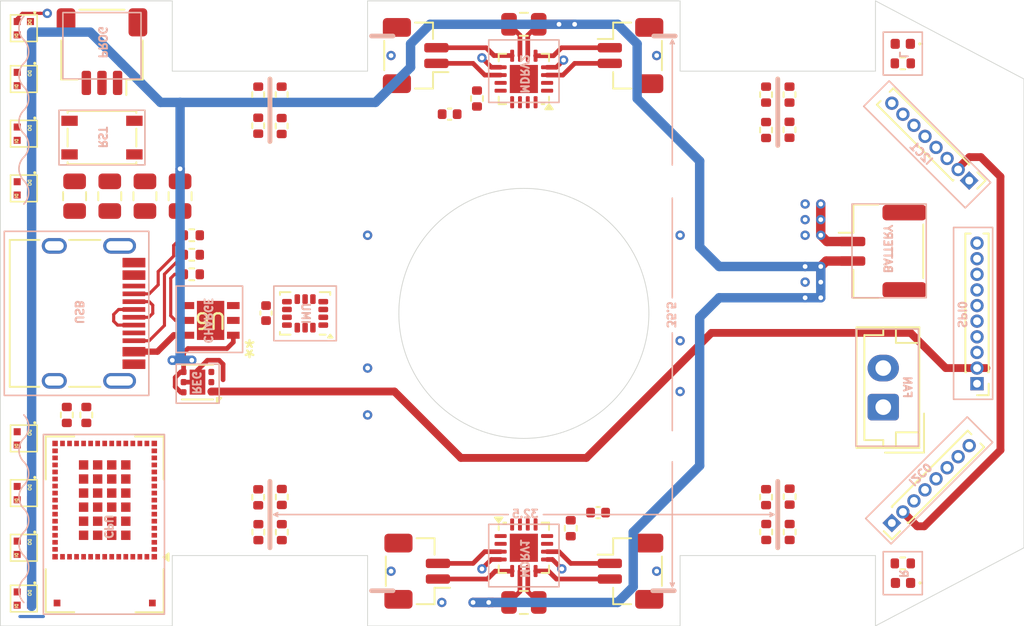
<source format=kicad_pcb>
(kicad_pcb (version 20241229) (generator "pcbnew") (generator_version "9.0")
  (layers (0 "F.Cu" signal) (4 "In1.Cu" signal) (6 "In2.Cu" signal) (2 "B.Cu" signal) (13 "F.Paste" user) (15 "B.Paste" user) (5 "F.SilkS" user "F.Silkscreen") (7 "B.SilkS" user "B.Silkscreen") (1 "F.Mask" user) (3 "B.Mask" user) (25 "Edge.Cuts" user))
  (net 0 "")
  (net 25 "/TURN_R")
  (net 46 "/TURN_L")
  (net 57 "/IMU_CS")
  (net 71 "Net-(U3-TOFF)")
  (net 72 "Net-(U2-TOFF)")
  (net 74 "+BATT")
  (net 80 "VBUS")
  (net 81 "GND")
  (net 82 "+3V3")
  (net 83 "Net-(J1-CC1)")
  (net 84 "/USB_D+")
  (net 85 "/USB_D-")
  (net 86 "Net-(J1-CC2)")
  (net 89 "/IMU_CLK")
  (net 90 "/IMU_MISO")
  (net 91 "/SENSE_LF")
  (net 95 "/SENSE_LR")
  (net 96 "/SENSE_RF")
  (net 98 "/SENSE_RR")
  (net 99 "/IMU_INT2")
  (net 100 "/IMU_MOSI")
  (net 101 "/SWCLK")
  (net 103 "/RST")
  (net 104 "/SWDIO")
  (net 105 "Net-(D1-A)")
  (net 106 "Net-(D2-A)")
  (net 107 "Net-(U1-PH3-BOOT0)")
  (net 108 "/IMU_INT1")
  (net 109 "Net-(J4-Pin_2)")
  (net 110 "Net-(J4-Pin_1)")
  (net 111 "Net-(J5-Pin_1)")
  (net 112 "Net-(J5-Pin_2)")
  (net 113 "Net-(J6-Pin_2)")
  (net 114 "Net-(J6-Pin_1)")
  (net 115 "Net-(J7-Pin_2)")
  (net 116 "Net-(J7-Pin_1)")
  (net 119 "Net-(J1-D+-PadA6)")
  (net 120 "Net-(J1-D--PadA7)")
  (net 121 "Net-(LED1-DOUT)")
  (net 122 "Net-(LED2-DOUT)")
  (net 123 "Net-(LED3-DOUT)")
  (net 124 "Net-(LED4-DOUT)")
  (net 125 "Net-(LED5-DOUT)")
  (net 126 "Net-(LED6-DOUT)")
  (net 127 "Net-(LED7-DOUT)")
  (net 129 "Net-(C8-Pad1)")
  (net 130 "Net-(C9-Pad1)")
  (net 131 "/LED_INPUT")
  (net 132 "/PWRON")
  (net 133 "/CHARGE")
  (net 134 "Net-(U6-PROG)")
  (net 135 "/L_PH_A")
  (net 136 "/L_EN")
  (net 137 "/L_PWM_B")
  (net 138 "/L_RESET")
  (net 139 "/L_PWM_A")
  (net 140 "/L_PH_B")
  (footprint "MountingHole:MountingHole_2.1mm" (layer "F.Cu") (at 142 128.5 90)
    (property "Reference" "H3" (hide yes))
    (property "Value" "MountingHole" (hide yes))
  )
  (footprint "Capacitor_SMD:C_0805_2012Metric" (layer "F.Cu") (at 133.5 101.5 180)
    (property "Reference" "C3" (hide yes))
    (property "Value" "2.2u" (hide yes))
  )
  (footprint "Button_Switch_SMD:SW_SPST_PTS810" (layer "F.Cu") (at 106.5 108.75 180)
    (property "Reference" "SW1" (hide yes))
    (property "Value" "SW_Push" (hide yes))
  )
  (footprint "Resistor_SMD:R_0402_1005Metric" (layer "F.Cu") (at 157.75 104 180)
    (property "Reference" "R3" (hide yes))
    (property "Value" "300r" (hide yes))
  )
  (footprint "Resistor_SMD:R_0402_1005Metric" (layer "F.Cu") (at 116.5 131.77 90)
    (property "Reference" "MR9" (hide yes))
    (property "Value" "5.1k" (hide yes))
  )
  (footprint "Resistor_SMD:R_0402_1005Metric" (layer "F.Cu") (at 116.5 107.99 90)
    (property "Reference" "MR3" (hide yes))
    (property "Value" "5.1k" (hide yes))
  )
  (footprint "Resistor_SMD:R_0402_1005Metric" (layer "F.Cu") (at 112.25 115 180)
    (property "Reference" "R1" (hide yes))
    (property "Value" "5.1k" (hide yes))
  )
  (footprint "Resistor_SMD:R_0402_1005Metric" (layer "F.Cu") (at 150.51 131.73 90)
    (property "Reference" "MR14" (hide yes))
    (property "Value" "5.1k" (hide yes))
  )
  (footprint "1010rgbled:LED-SMD_4P-L1.0-W1.0-TL_XL-1010RGBC-WS2812B" (layer "F.Cu") (at 101.5 128 -90)
    (property "Reference" "LED4" (hide yes))
    (property "Value" "WS2812B" (hide yes))
  )
  (footprint "Connector_JST:JST_SH_BM02B-SRSS-TB_1x02-1MP_P1.00mm_Vertical" (layer "F.Cu") (at 126.675 136.5 90)
    (property "Reference" "J6" (hide yes))
    (property "Value" "Conn_01x02_Socket" (hide yes))
  )
  (footprint "Capacitor_SMD:C_0805_2012Metric" (layer "F.Cu") (at 109.25 112.5 -90)
    (property "Reference" "C5" (hide yes))
    (property "Value" "10u" (hide yes))
  )
  (footprint "Package_DFN_QFN:VQFN-16-1EP_3x3mm_P0.5mm_EP1.8x1.8mm" (layer "F.Cu") (at 133.5 105 180)
    (property "Reference" "U2" (hide yes))
    (property "Value" "STSPIN240" (hide yes))
  )
  (footprint "Capacitor_SMD:C_0805_2012Metric" (layer "F.Cu") (at 107 112.5 -90)
    (property "Reference" "C4" (hide yes))
    (property "Value" "10u" (hide yes))
  )
  (footprint "MountingHole:MountingHole_2.1mm" (layer "F.Cu") (at 142 111.5 90)
    (property "Reference" "H4" (hide yes))
    (property "Value" "MountingHole" (hide yes))
  )
  (footprint "Connector_JST:JST_SH_BM02B-SRSS-TB_1x02-1MP_P1.00mm_Vertical" (layer "F.Cu") (at 140.325 103.5 -90)
    (property "Reference" "J4" (hide yes))
    (property "Value" "Conn_01x02_Socket" (hide yes))
  )
  (footprint "stbc08:DFN6_3X3_STM" (layer "F.Cu") (at 113.4524 120.450001 180)
    (property "Reference" "U6")
    (property "Value" "STBC08PMR" (hide yes))
  )
  (footprint "Connector_USB:USB_C_Receptacle_HRO_TYPE-C-31-M-12" (layer "F.Cu") (at 104.5 120 -90)
    (property "Reference" "J1" (hide yes))
    (property "Value" "USB_C_Receptacle_USB2.0_14P" (hide yes))
  )
  (footprint "Connector_PinHeader_1.00mm:PinHeader_1x08_P1.00mm_Vertical" (layer "F.Cu") (at 157.050253 133.414214 135)
    (property "Reference" "S3" (hide yes))
    (property "Value" "Conn_01x08_Socket" (hide yes))
  )
  (footprint "Resistor_SMD:R_0402_1005Metric" (layer "F.Cu") (at 150.5 108.25 90)
    (property "Reference" "MR8" (hide yes))
    (property "Value" "5.1k" (hide yes))
  )
  (footprint "Resistor_SMD:R_0402_1005Metric" (layer "F.Cu") (at 116.51 134 90)
    (property "Reference" "MR11" (hide yes))
    (property "Value" "5.1k" (hide yes))
  )
  (footprint "Package_SON:WSON-6-1EP_2x2mm_P0.65mm_EP1x1.6mm" (layer "F.Cu") (at 112.6125 124.4 180)
    (property "Reference" "U4" (hide yes))
    (property "Value" "LP5912-3.3DRV" (hide yes))
  )
  (footprint "Resistor_SMD:R_0402_1005Metric" (layer "F.Cu") (at 150.51 133.99 90)
    (property "Reference" "MR16" (hide yes))
    (property "Value" "5.1k" (hide yes))
  )
  (footprint "Capacitor_SMD:C_0402_1005Metric" (layer "F.Cu") (at 138.25 132.75)
    (property "Reference" "C9" (hide yes))
    (property "Value" "1n" (hide yes))
  )
  (footprint "Resistor_SMD:R_0402_1005Metric" (layer "F.Cu") (at 118.01 131.75 90)
    (property "Reference" "MR10" (hide yes))
    (property "Value" "5.1k" (hide yes))
  )
  (footprint "1010rgbled:LED-SMD_4P-L1.0-W1.0-TL_XL-1010RGBC-WS2812B" (layer "F.Cu") (at 101.5 105 -90)
    (property "Reference" "LED7" (hide yes))
    (property "Value" "WS2812B" (hide yes))
  )
  (footprint "Resistor_SMD:R_0402_1005Metric" (layer "F.Cu") (at 118.01 134 90)
    (property "Reference" "MR12" (hide yes))
    (property "Value" "5.1k" (hide yes))
  )
  (footprint "Resistor_SMD:R_0402_1005Metric" (layer "F.Cu") (at 149 108.265 90)
    (property "Reference" "MR7" (hide yes))
    (property "Value" "5.1k" (hide yes))
  )
  (footprint "Package_DFN_QFN:VQFN-16-1EP_3x3mm_P0.5mm_EP1.8x1.8mm" (layer "F.Cu") (at 133.5 135)
    (property "Reference" "U3" (hide yes))
    (property "Value" "STSPIN240" (hide yes))
  )
  (footprint "LED_SMD:LED_0402_1005Metric" (layer "F.Cu") (at 157.765 137.25 180)
    (property "Reference" "D1" (hide yes))
    (property "Value" "LED" (hide yes))
  )
  (footprint "Resistor_SMD:R_0402_1005Metric" (layer "F.Cu") (at 149 131.76 90)
    (property "Reference" "MR13" (hide yes))
    (property "Value" "5.1k" (hide yes))
  )
  (footprint "Connector_JST:JST_GH_BM02B-GHS-TBT_1x02-1MP_P1.25mm_Vertical" (layer "F.Cu") (at 156.45 116.025 -90)
    (property "Reference" "J9" (hide yes))
    (property "Value" "Conn_01x02_Socket" (hide yes))
  )
  (footprint "Resistor_SMD:R_0402_1005Metric" (layer "F.Cu") (at 118 106 90)
    (property "Reference" "MR2" (hide yes))
    (property "Value" "5.1k" (hide yes))
  )
  (footprint "Resistor_SMD:R_0402_1005Metric" (layer "F.Cu") (at 136.5 133.75 90)
    (property "Reference" "R8" (hide yes))
    (property "Value" "20k" (hide yes))
  )
  (footprint "Capacitor_SMD:C_0805_2012Metric" (layer "F.Cu") (at 111.5 112.5 -90)
    (property "Reference" "C7" (hide yes))
    (property "Value" "10u" (hide yes))
  )
  (footprint "1010rgbled:LED-SMD_4P-L1.0-W1.0-TL_XL-1010RGBC-WS2812B" (layer "F.Cu") (at 101.5 138.25 -90)
    (property "Reference" "LED1" (hide yes))
    (property "Value" "WS2812B" (hide yes))
  )
  (footprint "Resistor_SMD:R_0402_1005Metric" (layer "F.Cu") (at 118 108.01 90)
    (property "Reference" "MR4" (hide yes))
    (property "Value" "5.1k" (hide yes))
  )
  (footprint "Resistor_SMD:R_0402_1005Metric" (layer "F.Cu") (at 116.5 106 90)
    (property "Reference" "MR1" (hide yes))
    (property "Value" "5.1k" (hide yes))
  )
  (footprint "Resistor_SMD:R_0402_1005Metric" (layer "F.Cu") (at 105.5 126.5 -90)
    (property "Reference" "R5" (hide yes))
    (property "Value" "22r" (hide yes))
  )
  (footprint "Resistor_SMD:R_0402_1005Metric" (layer "F.Cu") (at 130.5 106.25 -90)
    (property "Reference" "R9" (hide yes))
    (property "Value" "22r" (hide yes))
  )
  (footprint "Resistor_SMD:R_0402_1005Metric" (layer "F.Cu") (at 104.25 126.5 -90)
    (property "Reference" "R6" (hide yes))
    (property "Value" "22r" (hide yes))
  )
  (footprint "1010rgbled:LED-SMD_4P-L1.0-W1.0-TL_XL-1010RGBC-WS2812B" (layer "F.Cu") (at 101.5 108.5 -90)
    (property "Reference" "LED6" (hide yes))
    (property "Value" "WS2812B" (hide yes))
  )
  (footprint "Resistor_SMD:R_0402_1005Metric" (layer "F.Cu") (at 149.01 133.99 90)
    (property "Reference" "MR15" (hide yes))
    (property "Value" "5.1k" (hide yes))
  )
  (footprint "Connector_JST:JST_EH_B2B-EH-A_1x02_P2.50mm_Vertical" (layer "F.Cu") (at 156.5 126 90)
    (property "Reference" "J8" (hide yes))
    (property "Value" "Conn_01x02_Socket" (hide yes))
  )
  (footprint "1010rgbled:LED-SMD_4P-L1.0-W1.0-TL_XL-1010RGBC-WS2812B" (layer "F.Cu") (at 101.5 112 -90)
    (property "Reference" "LED5" (hide yes))
    (property "Value" "WS2812B" (hide yes))
  )
  (footprint "Capacitor_SMD:C_0402_1005Metric" (layer "F.Cu") (at 117 119.98 -90)
    (property "Reference" "C2" (hide yes))
    (property "Value" "100n" (hide yes))
  )
  (footprint "Resistor_SMD:R_0402_1005Metric" (layer "F.Cu") (at 112.25 117.5 180)
    (property "Reference" "R10" (hide yes))
    (property "Value" "1k" (hide yes))
  )
  (footprint "Resistor_SMD:R_0402_1005Metric" (layer "F.Cu") (at 157.75 136 180)
    (property "Reference" "R4" (hide yes))
    (property "Value" "300r" (hide yes))
  )
  (footprint "MountingHole:MountingHole_2.1mm" (layer "F.Cu") (at 125 128.5 90)
    (property "Reference" "H1" (hide yes))
    (property "Value" "MountingHole" (hide yes))
  )
  (footprint "Connector_PinHeader_1.00mm:PinHeader_1x08_P1.00mm_Vertical" (layer "F.Cu") (at 162 111.5 -135)
    (property "Reference" "S2" (hide yes))
    (property "Value" "Conn_01x08_Socket" (hide yes))
  )
  (footprint "Connector_JST:JST_SH_BM02B-SRSS-TB_1x02-1MP_P1.00mm_Vertical" (layer "F.Cu") (at 126.575 103.5 90)
    (property "Reference" "J5" (hide yes))
    (property "Value" "Conn_01x02_Socket" (hide yes))
  )
  (footprint "LED_SMD:LED_0402_1005Metric" (layer "F.Cu") (at 157.75 102.75 180)
    (property "Reference" "D2" (hide yes))
    (property "Value" "LED" (hide yes))
  )
  (footprint "Connector_JST:JST_SH_BM02B-SRSS-TB_1x02-1MP_P1.00mm_Vertical" (layer "F.Cu") (at 140.325 136.5 -90)
    (property "Reference" "J7" (hide yes))
    (property "Value" "Conn_01x02_Socket" (hide yes))
  )
  (footprint "Capacitor_SMD:C_0805_2012Metric" (layer "F.Cu") (at 133.5 138.5)
    (property "Reference" "C6" (hide yes))
    (property "Value" "2.2u" (hide yes))
  )
  (footprint "1010rgbled:LED-SMD_4P-L1.0-W1.0-TL_XL-1010RGBC-WS2812B" (layer "F.Cu") (at 101.5 131.5 -90)
    (property "Reference" "LED3" (hide yes))
    (property "Value" "WS2812B" (hide yes))
  )
  (footprint "Capacitor_SMD:C_0805_2012Metric" (layer "F.Cu") (at 104.75 112.5 -90)
    (property "Reference" "C1" (hide yes))
    (property "Value" "10u" (hide yes))
  )
  (footprint "Resistor_SMD:R_0402_1005Metric" (layer "F.Cu") (at 150.5 106 90)
    (property "Reference" "MR6" (hide yes))
    (property "Value" "5.1k" (hide yes))
  )
  (footprint "1010rgbled:LED-SMD_4P-L1.0-W1.0-TL_XL-1010RGBC-WS2812B" (layer "F.Cu") (at 101.5 135 -90)
    (property "Reference" "LED2" (hide yes))
    (property "Value" "WS2812B" (hide yes))
  )
  (footprint "Capacitor_SMD:C_0402_1005Metric" (layer "F.Cu") (at 128.75 107.25 180)
    (property "Reference" "C8" (hide yes))
    (property "Value" "1n" (hide yes))
  )
  (footprint "Package_LGA:LGA-14_3x2.5mm_P0.5mm_LayoutBorder3x4y" (layer "F.Cu") (at 119.5 120 180)
    (property "Reference" "U5" (hide yes))
    (property "Value" "LSM6DSO" (hide yes))
  )
  (footprint "RF_Module:ST-SiP-LGA-86-11x7.3mm" (layer "F.Cu") (at 106.675 133.5 180)
    (property "Reference" "U1" (hide yes))
    (property "Value" "STM32WB5MMG" (hide yes))
  )
  (footprint "Resistor_SMD:R_0402_1005Metric" (layer "F.Cu") (at 149 106 90)
    (property "Reference" "MR5" (hide yes))
    (property "Value" "5.1k" (hide yes))
  )
  (footprint "Connector_JST:JST_SH_SM03B-SRSS-TB_1x03-1MP_P1.00mm_Horizontal" (layer "F.Cu") (at 106.5 103.25 180)
    (property "Reference" "DBG1" (hide yes))
    (property "Value" "Conn_01x03_Socket" (hide yes))
  )
  (footprint "Resistor_SMD:R_0402_1005Metric" (layer "F.Cu") (at 112.25 116.25 180)
    (property "Reference" "R2" (hide yes))
    (property "Value" "5.1k" (hide yes))
  )
  (footprint "1010rgbled:LED-SMD_4P-L1.0-W1.0-TL_XL-1010RGBC-WS2812B" (layer "F.Cu") (at 101.5 101.75 -90)
    (property "Reference" "LED8" (hide yes))
    (property "Value" "WS2812B" (hide yes))
  )
  (footprint "MountingHole:MountingHole_2.1mm" (layer "F.Cu") (at 125 111.5 90)
    (property "Reference" "H2" (hide yes))
    (property "Value" "MountingHole" (hide yes))
  )
  (footprint "Connector_PinHeader_1.00mm:PinHeader_1x10_P1.00mm_Vertical" (layer "F.Cu") (at 162.5 124.5 180)
    (property "Reference" "S1" (hide yes))
    (property "Value" "Conn_01x10_Socket" (hide yes))
  )
  (gr_line (start 113.5 125) (end 114 125) (stroke (width 0.5)) (layer "F.Cu") (net 82))
  (gr_line (start 101.25 139.4) (end 102.75 139.4) (stroke (width 0.2)) (layer "B.Cu") (net 81))
  (gr_line (start 149.75 135) (end 149.75 130.75) (stroke (width 0.3)) (layer "F.SilkS"))
  (gr_line (start 149.75 109.25) (end 149.75 105) (stroke (width 0.3)) (layer "F.SilkS"))
  (gr_line (start 117.25 105) (end 117.25 109) (stroke (width 0.3)) (layer "F.SilkS"))
  (gr_line (start 117.25 135) (end 117.25 130.75) (stroke (width 0.3)) (layer "F.SilkS"))
  (gr_line (start 117.5 132.875) (end 117.75 132.75) (stroke (width 0.1)) (layer "B.SilkS"))
  (gr_line (start 132.5 132.875) (end 117.5 132.875) (stroke (width 0.1)) (layer "B.SilkS"))
  (gr_poly (pts (xy 155.25 106.75) (xy 156.875 105.125) (xy 163.375 111.625) (xy 161.75 113.25)) (stroke (width 0.1)) (fill no) (layer "B.SilkS"))
  (gr_arc (start 101.5 129.5) (mid 101.18934 128.75) (end 101.5 128) (stroke (width 0.1)) (layer "B.SilkS"))
  (gr_rect (start 104 100.75) (end 109 105) (stroke (width 0.1)) (fill no) (layer "B.SilkS"))
  (gr_arc (start 101.5 135.5) (mid 101.81066 136.25) (end 101.5 137) (stroke (width 0.1)) (layer "B.SilkS"))
  (gr_line (start 149.5 132.875) (end 134.75 132.875) (stroke (width 0.1)) (layer "B.SilkS"))
  (gr_rect (start 102.75 127.75) (end 110.5 139.25) (stroke (width 0.1)) (fill no) (layer "B.SilkS"))
  (gr_line (start 143.125 137.75) (end 141.75 137.75) (stroke (width 0.3)) (layer "B.SilkS"))
  (gr_rect (start 161 114.5) (end 163.5 125.5) (stroke (width 0.1)) (fill no) (layer "B.SilkS"))
  (gr_line (start 143.1875 102.25) (end 141.8125 102.25) (stroke (width 0.3)) (layer "B.SilkS"))
  (gr_line (start 125.125 102.25) (end 123.75 102.25) (stroke (width 0.3)) (layer "B.SilkS"))
  (gr_arc (start 101.5 126.5) (mid 101.81066 127.25) (end 101.5 128) (stroke (width 0.1)) (layer "B.SilkS"))
  (gr_rect (start 100.25 114.75) (end 109.5 125.25) (stroke (width 0.1)) (fill no) (layer "B.SilkS"))
  (gr_arc (start 101.5 111.5) (mid 101.81066 112.25) (end 101.5 113) (stroke (width 0.1)) (layer "B.SilkS"))
  (gr_arc (start 101.5 105.5) (mid 101.81066 106.25) (end 101.5 107) (stroke (width 0.1)) (layer "B.SilkS"))
  (gr_line (start 143 127.5) (end 143 121.25) (stroke (width 0.1)) (layer "B.SilkS"))
  (gr_arc (start 101.5 102.5) (mid 101.18934 101.75) (end 101.5 101) (stroke (width 0.1)) (layer "B.SilkS"))
  (gr_rect (start 154.75 121) (end 158.75 128.5) (stroke (width 0.1)) (fill no) (layer "B.SilkS"))
  (gr_line (start 125.125 137.75) (end 123.75 137.75) (stroke (width 0.3)) (layer "B.SilkS"))
  (gr_arc (start 101.5 105.5) (mid 101.18934 104.75) (end 101.5 104) (stroke (width 0.1)) (layer "B.SilkS"))
  (gr_line (start 117.25 135) (end 117.25 130.75) (stroke (width 0.3)) (layer "B.SilkS"))
  (gr_arc (start 101.5 111.5) (mid 101.18934 110.75) (end 101.5 110) (stroke (width 0.1)) (layer "B.SilkS"))
  (gr_arc (start 101.5 138.5) (mid 101.18934 137.75) (end 101.5 137) (stroke (width 0.1)) (layer "B.SilkS"))
  (gr_line (start 143.125 137.25) (end 143 137.5) (stroke (width 0.1)) (layer "B.SilkS"))
  (gr_rect (start 131.25 133.5) (end 135.75 137.5) (stroke (width 0.1)) (fill no) (layer "B.SilkS"))
  (gr_line (start 117.25 105) (end 117.25 109) (stroke (width 0.3)) (layer "B.SilkS"))
  (gr_rect (start 103.75 107) (end 109.25 110.5) (stroke (width 0.1)) (fill no) (layer "B.SilkS"))
  (gr_line (start 143 137.5) (end 142.875 137.25) (stroke (width 0.1)) (layer "B.SilkS"))
  (gr_rect (start 117.5 118.25) (end 121.5 121.75) (stroke (width 0.1)) (fill no) (layer "B.SilkS"))
  (gr_rect (start 111.25 118.25) (end 115.5 122.5) (stroke (width 0.1)) (fill no) (layer "B.SilkS"))
  (gr_line (start 149.75 109.25) (end 149.75 105) (stroke (width 0.3)) (layer "B.SilkS"))
  (gr_rect (start 156.5 102) (end 159 104.75) (stroke (width 0.1)) (fill no) (layer "B.SilkS"))
  (gr_line (start 117.75 133) (end 117.5 132.875) (stroke (width 0.1)) (layer "B.SilkS"))
  (gr_arc (start 101.5 108.5) (mid 101.81066 109.25) (end 101.5 110) (stroke (width 0.1)) (layer "B.SilkS"))
  (gr_line (start 143 102.5) (end 143.125 102.75) (stroke (width 0.1)) (layer "B.SilkS"))
  (gr_rect (start 154.5 113) (end 159.25 119) (stroke (width 0.1)) (fill no) (layer "B.SilkS"))
  (gr_arc (start 101.5 132.5) (mid 101.18934 131.75) (end 101.5 131) (stroke (width 0.1)) (layer "B.SilkS"))
  (gr_line (start 143 137.5) (end 143 129.5) (stroke (width 0.1)) (layer "B.SilkS"))
  (gr_line (start 143 110.5) (end 143 102.5) (stroke (width 0.1)) (layer "B.SilkS"))
  (gr_rect (start 131.25 102.5) (end 135.75 106.5) (stroke (width 0.1)) (fill no) (layer "B.SilkS"))
  (gr_arc (start 101.5 132.5) (mid 101.81066 133.25) (end 101.5 134) (stroke (width 0.1)) (layer "B.SilkS"))
  (gr_arc (start 101.5 108.5) (mid 101.18934 107.75) (end 101.5 107) (stroke (width 0.1)) (layer "B.SilkS"))
  (gr_poly (pts (xy 161.875 126.625) (xy 163.5 128.25) (xy 157 134.75) (xy 155.375 133.125)) (stroke (width 0.1)) (fill no) (layer "B.SilkS"))
  (gr_line (start 142.875 102.75) (end 143 102.5) (stroke (width 0.1)) (layer "B.SilkS"))
  (gr_arc (start 101.5 129.5) (mid 101.81066 130.25) (end 101.5 131) (stroke (width 0.1)) (layer "B.SilkS"))
  (gr_line (start 143 119) (end 143 112.625) (stroke (width 0.1)) (layer "B.SilkS"))
  (gr_line (start 149.75 135) (end 149.75 130.75) (stroke (width 0.3)) (layer "B.SilkS"))
  (gr_arc (start 101.5 102.5) (mid 101.81066 103.25) (end 101.5 104) (stroke (width 0.1)) (layer "B.SilkS"))
  (gr_arc (start 101.5 135.5) (mid 101.18934 134.75) (end 101.5 134) (stroke (width 0.1)) (layer "B.SilkS"))
  (gr_line (start 149.5 132.875) (end 149.25 133) (stroke (width 0.1)) (layer "B.SilkS"))
  (gr_rect (start 111.25 123.25) (end 114 125.75) (stroke (width 0.1)) (fill no) (layer "B.SilkS"))
  (gr_line (start 149.25 132.75) (end 149.5 132.875) (stroke (width 0.1)) (layer "B.SilkS"))
  (gr_rect (start 156.5 135.25) (end 159 138) (stroke (width 0.1)) (fill no) (layer "B.SilkS"))
  (gr_line (start 143.5 104.5) (end 143.5 100) (stroke (width 0.05)) (layer "Edge.Cuts"))
  (gr_line (start 100 100) (end 111 100) (stroke (width 0.05)) (layer "Edge.Cuts"))
  (gr_line (start 165.5 105) (end 165.5 120) (stroke (width 0.05)) (layer "Edge.Cuts"))
  (gr_line (start 143.5 135.5) (end 156 135.5) (stroke (width 0.05)) (layer "Edge.Cuts"))
  (gr_line (start 123.5 100) (end 143.5 100) (stroke (width 0.05)) (layer "Edge.Cuts"))
  (gr_line (start 123.5 135.5) (end 123.5 140) (stroke (width 0.05)) (layer "Edge.Cuts"))
  (gr_line (start 100 140) (end 111 140) (stroke (width 0.05)) (layer "Edge.Cuts"))
  (gr_line (start 143.5 104.5) (end 156 104.5) (stroke (width 0.05)) (layer "Edge.Cuts"))
  (gr_line (start 156 100) (end 156 104.5) (stroke (width 0.05)) (layer "Edge.Cuts"))
  (gr_line (start 111 104.5) (end 123.5 104.5) (stroke (width 0.05)) (layer "Edge.Cuts"))
  (gr_line (start 165.5 135) (end 165.5 120) (stroke (width 0.05)) (layer "Edge.Cuts"))
  (gr_line (start 111 140) (end 111 135.5) (stroke (width 0.05)) (layer "Edge.Cuts"))
  (gr_line (start 111 104.5) (end 111 100) (stroke (width 0.05)) (layer "Edge.Cuts"))
  (gr_line (start 111 135.5) (end 123.5 135.5) (stroke (width 0.05)) (layer "Edge.Cuts"))
  (gr_circle (center 133.5 120) (end 141.5 120) (stroke (width 0.05)) (fill no) (layer "Edge.Cuts"))
  (gr_line (start 156 100) (end 165.5 105) (stroke (width 0.05)) (layer "Edge.Cuts"))
  (gr_line (start 123.5 100) (end 123.5 104.5) (stroke (width 0.05)) (layer "Edge.Cuts"))
  (gr_line (start 156 140) (end 165.5 135) (stroke (width 0.05)) (layer "Edge.Cuts"))
  (gr_line (start 156 135.5) (end 156 140) (stroke (width 0.05)) (layer "Edge.Cuts"))
  (gr_line (start 100 140) (end 100 100) (stroke (width 0.05)) (layer "Edge.Cuts"))
  (gr_line (start 143.5 140) (end 143.5 135.5) (stroke (width 0.05)) (layer "Edge.Cuts"))
  (gr_line (start 123.5 140) (end 143.5 140) (stroke (width 0.05)) (layer "Edge.Cuts"))
  (gr_text "R" (at 157.5 137 270) (layer "B.SilkS") (effects (font (size 0.5 0.5) (thickness 0.125) (bold yes)) (justify left bottom mirror)))
  (gr_text "I2C0" (at 158 130.75 225) (layer "B.SilkS") (effects (font (size 0.5 0.5) (thickness 0.125) (bold yes)) (justify left bottom mirror)))
  (gr_text "CHARGE" (at 113 122 270) (layer "B.SilkS") (effects (font (size 0.5 0.5) (thickness 0.125) (bold yes)) (justify left bottom mirror)))
  (gr_text "USB" (at 104.75 120.75 270) (layer "B.SilkS") (effects (font (size 0.5 0.5) (thickness 0.125) (bold yes)) (justify left bottom mirror)))
  (gr_text "RST" (at 106.25 109.5 270) (layer "B.SilkS") (effects (font (size 0.5 0.5) (thickness 0.125) (bold yes)) (justify left bottom mirror)))
  (gr_text "REG" (at 112.25 125.25 270) (layer "B.SilkS") (effects (font (size 0.5 0.5) (thickness 0.125) (bold yes)) (justify left bottom mirror)))
  (gr_text "PROG" (at 106.25 103.75 270) (layer "B.SilkS") (effects (font (size 0.5 0.5) (thickness 0.125) (bold yes)) (justify left bottom mirror)))
  (gr_text "35.5" (at 142.625 121 270) (layer "B.SilkS") (effects (font (size 0.5 0.5) (thickness 0.125) (bold yes)) (justify left bottom mirror)))
  (gr_text "FAN" (at 157.75 125.5 270) (layer "B.SilkS") (effects (font (size 0.5 0.5) (thickness 0.125) (bold yes)) (justify left bottom mirror)))
  (gr_text "32.5" (at 134.5 133.125 0) (layer "B.SilkS") (effects (font (size 0.5 0.5) (thickness 0.125) (bold yes)) (justify left bottom mirror)))
  (gr_text "MDRV2" (at 133.25 106 270) (layer "B.SilkS") (effects (font (size 0.5 0.5) (thickness 0.125) (bold yes)) (justify left bottom mirror)))
  (gr_text "L" (at 157.5 103.75 270) (layer "B.SilkS") (effects (font (size 0.5 0.5) (thickness 0.125) (bold yes)) (justify left bottom mirror)))
  (gr_text "SPI0" (at 161.25 121 270) (layer "B.SilkS") (effects (font (size 0.5 0.5) (thickness 0.125) (bold yes)) (justify left bottom mirror)))
  (gr_text "CPU" (at 106.625 134.5 270) (layer "B.SilkS") (effects (font (size 0.5 0.5) (thickness 0.125) (bold yes)) (justify left bottom mirror)))
  (gr_text "IMU" (at 119.25 120.75 270) (layer "B.SilkS") (effects (font (size 0.5 0.5) (thickness 0.125) (bold yes)) (justify left bottom mirror)))
  (gr_text "I2C1" (at 159.375 110.625 315) (layer "B.SilkS") (effects (font (size 0.5 0.5) (thickness 0.125) (bold yes)) (justify left bottom mirror)))
  (gr_text "MDRV1" (at 133.25 137 270) (layer "B.SilkS") (effects (font (size 0.5 0.5) (thickness 0.125) (bold yes)) (justify left bottom mirror)))
  (gr_text "BATTERY" (at 156.5 117.5 270) (layer "B.SilkS") (effects (font (size 0.5 0.5) (thickness 0.125) (bold yes)) (justify left bottom mirror)))
  (segment (start 131.5 138.5) (end 132.55 138.5) (width 0.6) (layer "F.Cu") (net 74))
  (segment (start 136.75 101.5) (end 134.45 101.5) (width 0.6) (layer "F.Cu") (net 74))
  (segment (start 111.725 123.75) (end 111.725 123) (width 0.3) (layer "F.Cu") (net 74))
  (segment (start 111.1865 124.69307) (end 111.54343 125.05) (width 0.3) (layer "F.Cu") (net 74))
  (segment (start 133.25 137.8) (end 132.55 138.5) (width 0.3) (layer "F.Cu") (net 74))
  (segment (start 111.725 123) (end 111.725 122.525) (width 0.3) (layer "F.Cu") (net 74))
  (segment (start 133.75 102.2) (end 134.45 101.5) (width 0.3) (layer "F.Cu") (net 74))
  (segment (start 111.725 122.525) (end 112 122.25) (width 0.3) (layer "F.Cu") (net 74))
  (segment (start 114.9048 121.8452) (end 114.5 122.25) (width 0.3) (layer "F.Cu") (net 74))
  (segment (start 152.5 117) (end 152.5 118) (width 0.6) (layer "F.Cu") (net 74))
  (segment (start 114.9048 121.400002) (end 114.9048 121.8452) (width 0.3) (layer "F.Cu") (net 74))
  (segment (start 111.54343 125.05) (end 111.725 125.05) (width 0.3) (layer "F.Cu") (net 74))
  (segment (start 133.25 136.4875) (end 133.25 137.8) (width 0.3) (layer "F.Cu") (net 74))
  (segment (start 111.537501 123.75) (end 111.1865 124.101001) (width 0.3) (layer "F.Cu") (net 74))
  (segment (start 133.75 103.5125) (end 133.75 102.2) (width 0.3) (layer "F.Cu") (net 74))
  (segment (start 111.725 123) (end 112.25 123) (width 0.3) (layer "F.Cu") (net 74))
  (segment (start 152.85 116.65) (end 152.5 117) (width 0.6) (layer "F.Cu") (net 74))
  (segment (start 111.725 123.75) (end 111.537501 123.75) (width 0.3) (layer "F.Cu") (net 74))
  (segment (start 111.1865 124.101001) (end 111.1865 124.69307) (width 0.3) (layer "F.Cu") (net 74))
  (segment (start 131.25 138.5) (end 131.5 138.5) (width 0.6) (layer "F.Cu") (net 74))
  (segment (start 111.725 123) (end 111 123) (width 0.3) (layer "F.Cu") (net 74))
  (segment (start 111.5 110.75) (end 111.5 111.55) (width 0.6) (layer "F.Cu") (net 74))
  (segment (start 154.5 116.65) (end 152.85 116.65) (width 0.6) (layer "F.Cu") (net 74))
  (segment (start 112 122.25) (end 114.5 122.25) (width 0.3) (layer "F.Cu") (net 74))
  (segment (start 130.25 138.5) (end 131.5 138.5) (width 0.6) (layer "F.Cu") (net 74))
  (via (at 111 123) (size 0.6) (drill 0.3) (layers "F.Cu" "B.Cu") (net 74))
  (via (at 152.5 118) (size 0.6) (drill 0.3) (layers "F.Cu" "B.Cu") (net 74))
  (via (at 131.25 138.5) (size 0.6) (drill 0.3) (layers "F.Cu" "B.Cu") (net 74))
  (via (at 111.5 110.75) (size 0.6) (drill 0.3) (layers "F.Cu" "B.Cu") (net 74))
  (via (at 136.75 101.5) (size 0.6) (drill 0.3) (layers "F.Cu" "B.Cu") (net 74))
  (via (at 152.5 117) (size 0.6) (drill 0.3) (layers "F.Cu" "B.Cu") (net 74))
  (via (at 135.75 101.5) (size 0.6) (drill 0.3) (layers "F.Cu" "B.Cu") (net 74))
  (via (at 130.25 138.5) (size 0.6) (drill 0.3) (layers "F.Cu" "B.Cu") (net 74))
  (via (at 151.5 117) (size 0.6) (drill 0.3) (layers "F.Cu" "B.Cu") (net 74))
  (via (at 152.5 119) (size 0.6) (drill 0.3) (layers "F.Cu" "B.Cu") (net 74))
  (via (at 151.5 119) (size 0.6) (drill 0.3) (layers "F.Cu" "B.Cu") (net 74))
  (via (at 151.5 118) (size 0.6) (drill 0.3) (layers "F.Cu" "B.Cu") (net 74))
  (via (at 112.25 123) (size 0.6) (drill 0.3) (layers "F.Cu" "B.Cu") (net 74))
  (segment (start 144.75 129.75) (end 144.75 120.25) (width 0.6) (layer "B.Cu") (net 74))
  (segment (start 139.5 101.5) (end 136.75 101.5) (width 0.6) (layer "B.Cu") (net 74))
  (segment (start 102 138.75) (end 102 102) (width 0.6) (layer "B.Cu") (net 74))
  (segment (start 140.5 137.5) (end 140.5 134) (width 0.6) (layer "B.Cu") (net 74))
  (segment (start 105.75 102) (end 107.75 104) (width 0.6) (layer "B.Cu") (net 74))
  (segment (start 152.5 117) (end 152.5 118.25) (width 0.6) (layer "B.Cu") (net 74))
  (segment (start 130.25 138.5) (end 131.25 138.5) (width 0.6) (layer "B.Cu") (net 74))
  (segment (start 102 102) (end 105.75 102) (width 0.6) (layer "B.Cu") (net 74))
  (segment (start 144.75 110.25) (end 140.75 106.25) (width 0.6) (layer "B.Cu") (net 74))
  (segment (start 140.75 106.25) (end 140.75 102.75) (width 0.6) (layer "B.Cu") (net 74))
  (segment (start 111.5 123) (end 111 123) (width 0.6) (layer "B.Cu") (net 74))
  (segment (start 126.25 104.25) (end 124 106.5) (width 0.6) (layer "B.Cu") (net 74))
  (segment (start 111.5 123) (end 112.25 123) (width 0.6) (layer "B.Cu") (net 74))
  (segment (start 146 119) (end 152.5 119) (width 0.6) (layer "B.Cu") (net 74))
  (segment (start 127.5 101.5) (end 126.25 102.75) (width 0.6) (layer "B.Cu") (net 74))
  (segment (start 139.5 138.5) (end 140.5 137.5) (width 0.6) (layer "B.Cu") (net 74))
  (segment (start 111.5 106.5) (end 110.25 106.5) (width 0.6) (layer "B.Cu") (net 74))
  (segment (start 111.5 106.5) (end 111.5 110.75) (width 0.6) (layer "B.Cu") (net 74))
  (segment (start 124 106.5) (end 111.5 106.5) (width 0.6) (layer "B.Cu") (net 74))
  (segment (start 135.75 101.5) (end 127.5 101.5) (width 0.6) (layer "B.Cu") (net 74))
  (segment (start 144.75 115.75) (end 144.75 110.25) (width 0.6) (layer "B.Cu") (net 74))
  (segment (start 140.5 134) (end 144.75 129.75) (width 0.6) (layer "B.Cu") (net 74))
  (segment (start 136.75 101.5) (end 135.75 101.5) (width 0.6) (layer "B.Cu") (net 74))
  (segment (start 144.75 120.25) (end 146 119) (width 0.6) (layer "B.Cu") (net 74))
  (segment (start 140.75 102.75) (end 139.5 101.5) (width 0.6) (layer "B.Cu") (net 74))
  (segment (start 131.25 138.5) (end 139.5 138.5) (width 0.6) (layer "B.Cu") (net 74))
  (segment (start 152.5 117) (end 146 117) (width 0.6) (layer "B.Cu") (net 74))
  (segment (start 126.25 102.75) (end 126.25 104.25) (width 0.6) (layer "B.Cu") (net 74))
  (segment (start 110.25 106.5) (end 107.75 104) (width 0.6) (layer "B.Cu") (net 74))
  (segment (start 111.5 110.75) (end 111.5 123) (width 0.6) (layer "B.Cu") (net 74))
  (segment (start 146 117) (end 144.75 115.75) (width 0.6) (layer "B.Cu") (net 74))
  (segment (start 152.5 118) (end 152.5 119) (width 0.6) (layer "B.Cu") (net 74))
  (segment (start 108.545 122.45) (end 110.05 122.45) (width 0.4) (layer "F.Cu") (net 80))
  (segment (start 110.05 122.45) (end 111.099998 121.400002) (width 0.4) (layer "F.Cu") (net 80))
  (segment (start 111.099998 121.400002) (end 112 121.400002) (width 0.4) (layer "F.Cu") (net 80))
  (segment (start 112.6125 123.6375) (end 113.25 123) (width 0.3) (layer "F.Cu") (net 81))
  (segment (start 102.5491 100.7991) (end 101.3987 100.7991) (width 0.2) (layer "F.Cu") (net 81))
  (segment (start 102.999624 100.799624) (end 102.549624 100.799624) (width 0.2) (layer "F.Cu") (net 81))
  (segment (start 111.725 124.4) (end 112.6125 124.4) (width 0.3) (layer "F.Cu") (net 81))
  (segment (start 133.75 137.8) (end 134.45 138.5) (width 0.3) (layer "F.Cu") (net 81))
  (segment (start 101.3987 100.7991) (end 101.0751 101.1227) (width 0.2) (layer "F.Cu") (net 81))
  (segment (start 113.25 123) (end 114 123) (width 0.3) (layer "F.Cu") (net 81))
  (segment (start 133.25 103.5125) (end 133.25 102.2) (width 0.3) (layer "F.Cu") (net 81))
  (segment (start 133.25 102.2) (end 132.55 101.5) (width 0.3) (layer "F.Cu") (net 81))
  (segment (start 154.5 115.4) (end 152.9 115.4) (width 0.6) (layer "F.Cu") (net 81))
  (segment (start 112.6125 124.4) (end 112.6125 123.6375) (width 0.3) (layer "F.Cu") (net 81))
  (segment (start 114.25 123.25) (end 114.25 124.25) (width 0.3) (layer "F.Cu") (net 81))
  (segment (start 102.549624 100.799624) (end 102.5491 100.7991) (width 0.2) (layer "F.Cu") (net 81))
  (segment (start 103 100.8) (end 102.999624 100.799624) (width 0.2) (layer "F.Cu") (net 81))
  (segment (start 152.9 115.4) (end 152.5 115) (width 0.6) (layer "F.Cu") (net 81))
  (segment (start 152.5 114) (end 152.5 113) (width 0.6) (layer "F.Cu") (net 81))
  (segment (start 114 123) (end 114.25 123.25) (width 0.3) (layer "F.Cu") (net 81))
  (segment (start 152.5 115) (end 152.5 114) (width 0.6) (layer "F.Cu") (net 81))
  (segment (start 133.75 136.4875) (end 133.75 137.8) (width 0.3) (layer "F.Cu") (net 81))
  (segment (start 101.0751 101.1227) (end 101.0751 101.3251) (width 0.2) (layer "F.Cu") (net 81))
  (via (at 125 136.5) (size 0.6) (drill 0.3) (layers "F.Cu" "B.Cu") (net 81))
  (via (at 123.5 115) (size 0.6) (drill 0.3) (layers "F.Cu" "B.Cu") (net 81))
  (via (at 151.5 114) (size 0.6) (drill 0.3) (layers "F.Cu" "B.Cu") (net 81))
  (via (at 143.5 121.75) (size 0.6) (drill 0.3) (layers "F.Cu" "B.Cu") (net 81))
  (via (at 142 103.5) (size 0.6) (drill 0.3) (layers "F.Cu" "B.Cu") (net 81))
  (via (at 125 103.5) (size 0.6) (drill 0.3) (layers "F.Cu" "B.Cu") (net 81))
  (via (at 152.5 115) (size 0.6) (drill 0.3) (layers "F.Cu" "B.Cu") (net 81))
  (via (at 152.5 114) (size 0.6) (drill 0.3) (layers "F.Cu" "B.Cu") (net 81))
  (via (at 142 136.5) (size 0.6) (drill 0.3) (layers "F.Cu" "B.Cu") (net 81))
  (via (at 151.5 115) (size 0.6) (drill 0.3) (layers "F.Cu" "B.Cu") (net 81))
  (via (at 123.5 123.5) (size 0.6) (drill 0.3) (layers "F.Cu" "B.Cu") (net 81))
  (via (at 128.25 138.5) (size 0.6) (drill 0.3) (layers "F.Cu" "B.Cu") (net 81))
  (via (at 151.5 113) (size 0.6) (drill 0.3) (layers "F.Cu" "B.Cu") (net 81))
  (via (at 103 100.8) (size 0.6) (drill 0.3) (layers "F.Cu" "B.Cu") (net 81))
  (via (at 143.5 125) (size 0.6) (drill 0.3) (layers "F.Cu" "B.Cu") (net 81))
  (via (at 152.5 113) (size 0.6) (drill 0.3) (layers "F.Cu" "B.Cu") (net 81))
  (via (at 143.5 115) (size 0.6) (drill 0.3) (layers "F.Cu" "B.Cu") (net 81))
  (via (at 123.5 126.5) (size 0.6) (drill 0.3) (layers "F.Cu" "B.Cu") (net 81))
  (segment (start 158.675254 133.625) (end 159.125 133.625) (width 0.5) (layer "F.Cu") (net 82))
  (segment (start 129.468554 129.25) (end 137.5 129.25) (width 0.5) (layer "F.Cu") (net 82))
  (segment (start 158.25 121.25) (end 160.5 123.5) (width 0.5) (layer "F.Cu") (net 82))
  (segment (start 161.292893 110.707107) (end 161.292893 110.792893) (width 0.5) (layer "F.Cu") (net 82))
  (segment (start 157.75736 132.707107) (end 158.675254 133.625) (width 0.5) (layer "F.Cu") (net 82))
  (segment (start 160.5 123.5) (end 162.5 123.5) (width 0.5) (layer "F.Cu") (net 82))
  (segment (start 145.5 121.25) (end 158.25 121.25) (width 0.5) (layer "F.Cu") (net 82))
  (segment (start 125.218554 125) (end 129.468554 129.25) (width 0.5) (layer "F.Cu") (net 82))
  (segment (start 137.5 129.25) (end 145.5 121.25) (width 0.5) (layer "F.Cu") (net 82))
  (segment (start 162 110) (end 161.292893 110.707107) (width 0.5) (layer "F.Cu") (net 82))
  (segment (start 114 125) (end 125.218554 125) (width 0.5) (layer "F.Cu") (net 82))
  (segment (start 162.75 110) (end 162 110) (width 0.5) (layer "F.Cu") (net 82))
  (segment (start 159.125 133.625) (end 164 128.75) (width 0.5) (layer "F.Cu") (net 82))
  (segment (start 164 111.25) (end 162.75 110) (width 0.5) (layer "F.Cu") (net 82))
  (segment (start 162.5 123.5) (end 163.10104 123.5) (width 0.5) (layer "F.Cu") (net 82))
  (segment (start 164 128.75) (end 164 111.25) (width 0.5) (layer "F.Cu") (net 82))
  (segment (start 109.522 118.75) (end 110.099 118.173) (width 0.2) (layer "F.Cu") (net 83))
  (segment (start 110.099 118.173) (end 110.099 117.3239) (width 0.2) (layer "F.Cu") (net 83))
  (segment (start 111.08645 115.65355) (end 111.74 115) (width 0.2) (layer "F.Cu") (net 83))
  (segment (start 111.08645 116.33645) (end 111.08645 115.65355) (width 0.2) (layer "F.Cu") (net 83))
  (segment (start 108.545 118.75) (end 109.522 118.75) (width 0.2) (layer "F.Cu") (net 83))
  (segment (start 110.099 117.3239) (end 111.08645 116.33645) (width 0.2) (layer "F.Cu") (net 83))
  (segment (start 110.5 117.49) (end 111.74 116.25) (width 0.2) (layer "F.Cu") (net 86))
  (segment (start 108.545 121.75) (end 109.522 121.75) (width 0.2) (layer "F.Cu") (net 86))
  (segment (start 110.5 120.772) (end 110.5 117.49) (width 0.2) (layer "F.Cu") (net 86))
  (segment (start 109.522 121.75) (end 110.5 120.772) (width 0.2) (layer "F.Cu") (net 86))
  (segment (start 135.58076 104.25) (end 134.9875 104.25) (width 0.3) (layer "F.Cu") (net 91))
  (segment (start 136.04038 103.79038) (end 135.58076 104.25) (width 0.3) (layer "F.Cu") (net 91))
  (via (at 136.04038 103.79038) (size 0.6) (drill 0.3) (layers "F.Cu" "B.Cu") (net 91))
  (segment (start 130.818037 103.65) (end 131.418037 104.25) (width 0.3) (layer "F.Cu") (net 95))
  (segment (start 131.418037 104.25) (end 132.0125 104.25) (width 0.3) (layer "F.Cu") (net 95))
  (via (at 130.818037 103.65) (size 0.6) (drill 0.3) (layers "F.Cu" "B.Cu") (net 95))
  (segment (start 135.33076 135.75) (end 134.9875 135.75) (width 0.3) (layer "F.Cu") (net 96))
  (segment (start 135.931482 136.350722) (end 135.33076 135.75) (width 0.3) (layer "F.Cu") (net 96))
  (via (at 135.931482 136.350722) (size 0.6) (drill 0.3) (layers "F.Cu" "B.Cu") (net 96))
  (segment (start 131.41924 135.75) (end 132.0125 135.75) (width 0.3) (layer "F.Cu") (net 98))
  (segment (start 130.818361 136.350879) (end 131.41924 135.75) (width 0.3) (layer "F.Cu") (net 98))
  (via (at 130.818361 136.350879) (size 0.6) (drill 0.3) (layers "F.Cu" "B.Cu") (net 98))
  (segment (start 139 104) (end 136.75 104) (width 0.3) (layer "F.Cu") (net 109))
  (segment (start 136.75 104) (end 136 104.75) (width 0.3) (layer "F.Cu") (net 109))
  (segment (start 136 104.75) (end 134.9875 104.75) (width 0.3) (layer "F.Cu") (net 109))
  (segment (start 134.25 103.5125) (end 135.399021 103.5125) (width 0.3) (layer "F.Cu") (net 110))
  (segment (start 135.399021 103.5125) (end 135.911521 103) (width 0.3) (layer "F.Cu") (net 110))
  (segment (start 135.911521 103) (end 139 103) (width 0.3) (layer "F.Cu") (net 110))
  (segment (start 132.0125 104.75) (end 131 104.75) (width 0.3) (layer "F.Cu") (net 111))
  (segment (start 130.25 104) (end 127.9 104) (width 0.3) (layer "F.Cu") (net 111))
  (segment (start 131 104.75) (end 130.25 104) (width 0.3) (layer "F.Cu") (net 111))
  (segment (start 131.088479 103) (end 131.588479 103.5) (width 0.3) (layer "F.Cu") (net 112))
  (segment (start 131.103859 103.01538) (end 131.588479 103.5) (width 0.3) (layer "F.Cu") (net 112))
  (segment (start 131.588479 103.5) (end 132.7375 103.5) (width 0.3) (layer "F.Cu") (net 112))
  (segment (start 127.9 103) (end 131.088479 103) (width 0.3) (layer "F.Cu") (net 112))
  (segment (start 132.7375 103.5) (end 132.75 103.5125) (width 0.3) (layer "F.Cu") (net 112))
  (segment (start 128 136) (end 130.25 136) (width 0.3) (layer "F.Cu") (net 113))
  (segment (start 130.25 136) (end 131 135.25) (width 0.3) (layer "F.Cu") (net 113))
  (segment (start 131 135.25) (end 132.0125 135.25) (width 0.3) (layer "F.Cu") (net 113))
  (segment (start 131.169239 137) (end 131.669239 136.5) (width 0.3) (layer "F.Cu") (net 114))
  (segment (start 131.669239 136.5) (end 132.7375 136.5) (width 0.3) (layer "F.Cu") (net 114))
  (segment (start 128 137) (end 131.169239 137) (width 0.3) (layer "F.Cu") (net 114))
  (segment (start 131.269239 136.9) (end 131.669239 136.5) (width 0.3) (layer "F.Cu") (net 114))
  (segment (start 132.7375 136.5) (end 132.75 136.4875) (width 0.3) (layer "F.Cu") (net 114))
  (segment (start 135.480761 136.9) (end 135.068261 136.4875) (width 0.3) (layer "F.Cu") (net 115))
  (segment (start 139 137) (end 135.580761 137) (width 0.3) (layer "F.Cu") (net 115))
  (segment (start 135.068261 136.4875) (end 134.25 136.4875) (width 0.3) (layer "F.Cu") (net 115))
  (segment (start 135.580761 137) (end 135.068261 136.4875) (width 0.3) (layer "F.Cu") (net 115))
  (segment (start 135.75 135.25) (end 136.5 136) (width 0.3) (layer "F.Cu") (net 116))
  (segment (start 134.9875 135.25) (end 135.75 135.25) (width 0.3) (layer "F.Cu") (net 116))
  (segment (start 136.5 136) (end 139 136) (width 0.3) (layer "F.Cu") (net 116))
  (segment (start 108.545 119.75) (end 107.568 119.75) (width 0.2) (layer "F.Cu") (net 119))
  (segment (start 107.25 120.068) (end 107.25 120.5) (width 0.2) (layer "F.Cu") (net 119))
  (segment (start 107.25 120.5) (end 107.5 120.75) (width 0.2) (layer "F.Cu") (net 119))
  (segment (start 107.568 119.75) (end 107.25 120.068) (width 0.2) (layer "F.Cu") (net 119))
  (segment (start 107.5 120.75) (end 108.545 120.75) (width 0.2) (layer "F.Cu") (net 119))
  (segment (start 109.522 119.25) (end 109.75 119.478) (width 0.2) (layer "F.Cu") (net 120))
  (segment (start 109.75 120) (end 109.5 120.25) (width 0.2) (layer "F.Cu") (net 120))
  (segment (start 108.545 119.25) (end 109.522 119.25) (width 0.2) (layer "F.Cu") (net 120))
  (segment (start 109.75 119.478) (end 109.75 120) (width 0.2) (layer "F.Cu") (net 120))
  (segment (start 109.5 120.25) (end 108.545 120.25) (width 0.2) (layer "F.Cu") (net 120))
  (segment (start 111.151 117.5) (end 111.74 117.5) (width 0.2) (layer "F.Cu") (net 134))
  (segment (start 112 120.450001) (end 111.200001 120.450001) (width 0.2) (layer "F.Cu") (net 134))
  (segment (start 110.901 117.75) (end 111.151 117.5) (width 0.2) (layer "F.Cu") (net 134))
  (segment (start 110.901 120.151) (end 110.901 117.75) (width 0.2) (layer "F.Cu") (net 134))
  (segment (start 111.200001 120.450001) (end 110.901 120.151) (width 0.2) (layer "F.Cu") (net 134))
)
</source>
